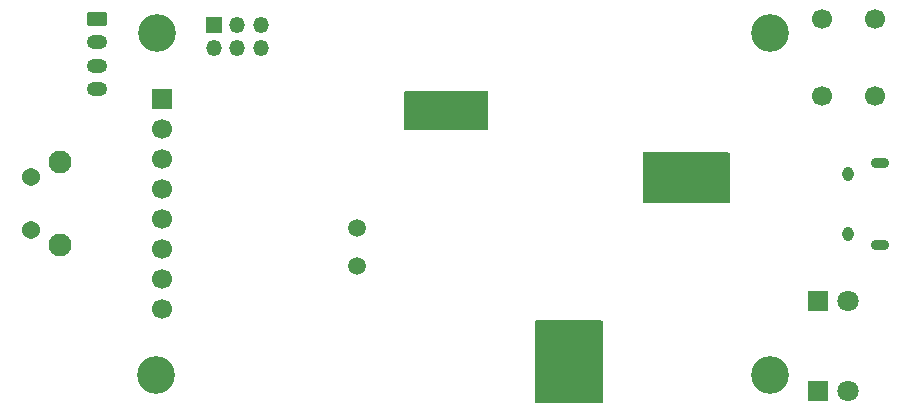
<source format=gts>
%TF.GenerationSoftware,KiCad,Pcbnew,(6.0.0)*%
%TF.CreationDate,2022-11-20T21:00:10+02:00*%
%TF.ProjectId,djiFriend,646a6946-7269-4656-9e64-2e6b69636164,rev?*%
%TF.SameCoordinates,Original*%
%TF.FileFunction,Soldermask,Top*%
%TF.FilePolarity,Negative*%
%FSLAX46Y46*%
G04 Gerber Fmt 4.6, Leading zero omitted, Abs format (unit mm)*
G04 Created by KiCad (PCBNEW (6.0.0)) date 2022-11-20 21:00:10*
%MOMM*%
%LPD*%
G01*
G04 APERTURE LIST*
G04 Aperture macros list*
%AMRoundRect*
0 Rectangle with rounded corners*
0 $1 Rounding radius*
0 $2 $3 $4 $5 $6 $7 $8 $9 X,Y pos of 4 corners*
0 Add a 4 corners polygon primitive as box body*
4,1,4,$2,$3,$4,$5,$6,$7,$8,$9,$2,$3,0*
0 Add four circle primitives for the rounded corners*
1,1,$1+$1,$2,$3*
1,1,$1+$1,$4,$5*
1,1,$1+$1,$6,$7*
1,1,$1+$1,$8,$9*
0 Add four rect primitives between the rounded corners*
20,1,$1+$1,$2,$3,$4,$5,0*
20,1,$1+$1,$4,$5,$6,$7,0*
20,1,$1+$1,$6,$7,$8,$9,0*
20,1,$1+$1,$8,$9,$2,$3,0*%
G04 Aperture macros list end*
%ADD10C,1.700000*%
%ADD11C,1.540000*%
%ADD12C,1.950000*%
%ADD13C,1.500000*%
%ADD14C,3.200000*%
%ADD15R,1.700000X1.700000*%
%ADD16R,1.800000X1.800000*%
%ADD17C,1.800000*%
%ADD18RoundRect,0.250000X-0.625000X0.350000X-0.625000X-0.350000X0.625000X-0.350000X0.625000X0.350000X0*%
%ADD19O,1.750000X1.200000*%
%ADD20R,1.350000X1.350000*%
%ADD21O,1.350000X1.350000*%
%ADD22O,0.950000X1.250000*%
%ADD23O,1.550000X0.890000*%
G04 APERTURE END LIST*
D10*
X134927600Y-57132200D03*
X134927600Y-50632200D03*
X139427600Y-57132200D03*
X139427600Y-50632200D03*
D11*
X67937200Y-63966000D03*
X67937200Y-68466000D03*
D12*
X70427200Y-69721000D03*
X70427200Y-62711000D03*
D13*
X95529400Y-68249800D03*
X95529400Y-71526400D03*
D14*
X78630800Y-51773800D03*
X130538800Y-51751800D03*
X78538800Y-80751800D03*
X130538800Y-80751800D03*
D15*
X79038800Y-57361800D03*
D10*
X79038800Y-59901800D03*
X79038800Y-62441800D03*
X79038800Y-64981800D03*
X79038800Y-67521800D03*
X79038800Y-70061800D03*
X79038800Y-72601800D03*
X79038800Y-75141800D03*
D16*
X134581800Y-74456200D03*
D17*
X137121800Y-74456200D03*
D16*
X134586800Y-82076200D03*
D17*
X137126800Y-82076200D03*
D18*
X73562200Y-50552000D03*
D19*
X73562200Y-52552000D03*
X73562200Y-54552000D03*
X73562200Y-56552000D03*
D20*
X83412400Y-51062800D03*
D21*
X83412400Y-53062800D03*
X85412400Y-51062800D03*
X85412400Y-53062800D03*
X87412400Y-51062800D03*
X87412400Y-53062800D03*
D22*
X137138800Y-63752000D03*
D23*
X139838800Y-62752000D03*
D22*
X137138800Y-68752000D03*
D23*
X139838800Y-69752000D03*
G36*
X127069121Y-61894402D02*
G01*
X127115614Y-61948058D01*
X127127000Y-62000400D01*
X127127000Y-66041000D01*
X127106998Y-66109121D01*
X127053342Y-66155614D01*
X127001000Y-66167000D01*
X119861600Y-66167000D01*
X119793479Y-66146998D01*
X119746986Y-66093342D01*
X119735600Y-66041000D01*
X119735600Y-62000400D01*
X119755602Y-61932279D01*
X119809258Y-61885786D01*
X119861600Y-61874400D01*
X127001000Y-61874400D01*
X127069121Y-61894402D01*
G37*
G36*
X106622121Y-56712802D02*
G01*
X106668614Y-56766458D01*
X106680000Y-56818800D01*
X106680000Y-59868800D01*
X106659998Y-59936921D01*
X106606342Y-59983414D01*
X106554000Y-59994800D01*
X99643200Y-59994800D01*
X99575079Y-59974798D01*
X99528586Y-59921142D01*
X99517200Y-59868800D01*
X99517200Y-56818800D01*
X99537202Y-56750679D01*
X99590858Y-56704186D01*
X99643200Y-56692800D01*
X106554000Y-56692800D01*
X106622121Y-56712802D01*
G37*
G36*
X116324921Y-76118402D02*
G01*
X116371414Y-76172058D01*
X116382800Y-76224400D01*
X116382800Y-82957400D01*
X116362798Y-83025521D01*
X116309142Y-83072014D01*
X116256800Y-83083400D01*
X110768400Y-83083400D01*
X110700279Y-83063398D01*
X110653786Y-83009742D01*
X110642400Y-82957400D01*
X110642400Y-76224400D01*
X110662402Y-76156279D01*
X110716058Y-76109786D01*
X110768400Y-76098400D01*
X116256800Y-76098400D01*
X116324921Y-76118402D01*
G37*
M02*

</source>
